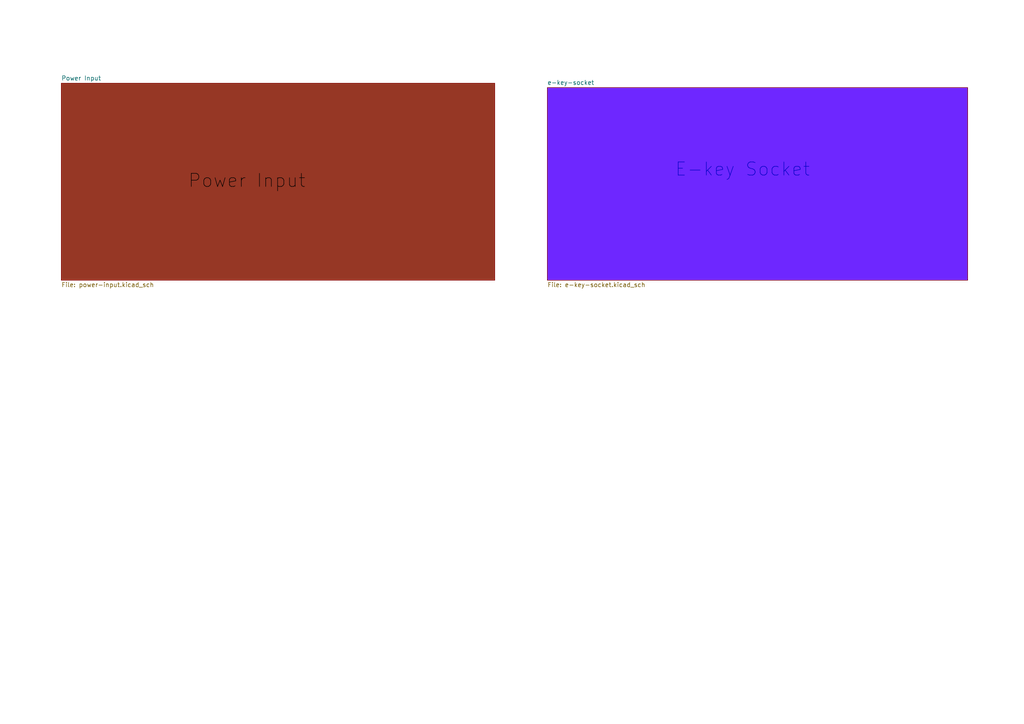
<source format=kicad_sch>
(kicad_sch
	(version 20231120)
	(generator "eeschema")
	(generator_version "8.0")
	(uuid "c124244a-3c1c-475d-932f-950445d8391e")
	(paper "A4")
	(title_block
		(title "E-Key-Socket")
		(date "18 Nove 2024")
		(rev "2")
		(company "Abstract Machines")
		(comment 1 "Drawn By: Jeff Mboya")
		(comment 2 "Approved By:")
	)
	(lib_symbols)
	(text "E-key Socket"
		(exclude_from_sim no)
		(at 215.392 49.276 0)
		(effects
			(font
				(size 3.81 3.81)
			)
		)
		(uuid "0b8a833c-f4a8-46ff-ab1d-43aca1a65033")
	)
	(text "Power Input"
		(exclude_from_sim no)
		(at 71.628 52.578 0)
		(effects
			(font
				(size 3.81 3.81)
				(color 0 0 0 1)
			)
		)
		(uuid "62edc94f-d942-43b4-9a26-4059099dfa41")
	)
	(sheet
		(at 158.75 25.4)
		(size 121.92 55.88)
		(fields_autoplaced yes)
		(stroke
			(width 0.1524)
			(type solid)
		)
		(fill
			(color 110 39 255 1.0000)
		)
		(uuid "10804591-8ca0-4971-bd60-3851aa5ed597")
		(property "Sheetname" "e-key-socket"
			(at 158.75 24.6884 0)
			(effects
				(font
					(size 1.27 1.27)
				)
				(justify left bottom)
			)
		)
		(property "Sheetfile" "e-key-socket.kicad_sch"
			(at 158.75 81.8646 0)
			(effects
				(font
					(size 1.27 1.27)
				)
				(justify left top)
			)
		)
		(instances
			(project "e-key-slot"
				(path "/c124244a-3c1c-475d-932f-950445d8391e"
					(page "4")
				)
			)
		)
	)
	(sheet
		(at 17.78 24.13)
		(size 125.73 57.15)
		(fields_autoplaced yes)
		(stroke
			(width 0.1524)
			(type solid)
		)
		(fill
			(color 150 55 37 1.0000)
		)
		(uuid "db23d5e1-a70c-4fb7-9aaa-94502e21acbf")
		(property "Sheetname" "Power Input"
			(at 17.78 23.4184 0)
			(effects
				(font
					(size 1.27 1.27)
				)
				(justify left bottom)
			)
		)
		(property "Sheetfile" "power-input.kicad_sch"
			(at 17.78 81.8646 0)
			(effects
				(font
					(size 1.27 1.27)
				)
				(justify left top)
			)
		)
		(property "Field2" ""
			(at 17.78 24.13 0)
			(effects
				(font
					(size 1.27 1.27)
				)
				(hide yes)
			)
		)
		(instances
			(project "e-key-slot"
				(path "/c124244a-3c1c-475d-932f-950445d8391e"
					(page "2")
				)
			)
		)
	)
	(sheet_instances
		(path "/"
			(page "1")
		)
	)
)

</source>
